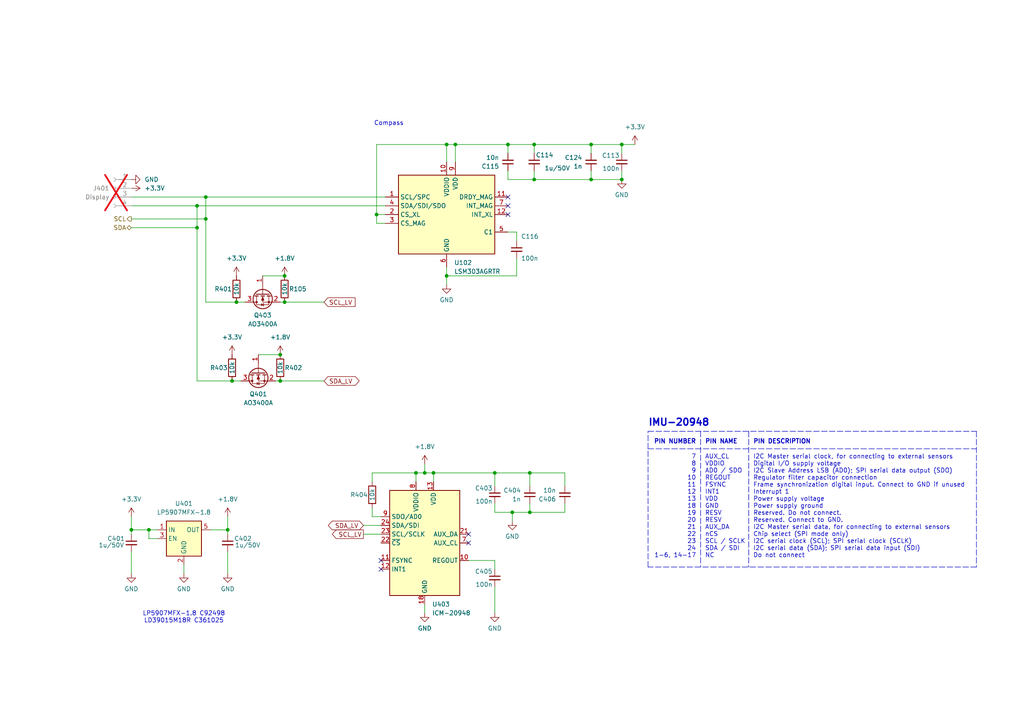
<source format=kicad_sch>
(kicad_sch (version 20250114) (generator "eeschema") (generator_version "9.0")
  (paper "A4")
  (title_block (title "SUB CPU") (date "2025-06-10") (rev "V2.1") (company "NicE Engineering"))
  (lib_symbols
    (symbol "+3.3V_1" (power) (pin_numbers (hide yes)) (pin_names (offset 0) (hide yes))
      (property "Value" "+3.3V" (at 0 3.556 0))
      (symbol "+3.3V_1_0_1"
        (polyline (pts (xy -0.762 1.27) (xy 0 2.54)))
        (polyline (pts (xy 0 2.54) (xy 0.762 1.27)))
        (polyline (pts (xy 0 0) (xy 0 2.54)))
      )
      (symbol "+3.3V_1_1_1"
        (pin power_in line (at 0 0 90) (length 0) (name "~") (number "1"))
      )
    )
    (symbol "Connector:Conn_01x04_Socket" (pin_names (offset 1.016) (hide yes))
      (property "Reference" "J" (at 0 5.08 0))
      (property "Value" "Conn_01x04_Socket" (at 0 -7.62 0))
      (symbol "Conn_01x04_Socket_1_1"
        (polyline (pts (xy -1.27 2.54) (xy -0.508 2.54)) (stroke (width 0.1524)))
        (polyline (pts (xy -1.27 0) (xy -0.508 0)) (stroke (width 0.1524)))
        (polyline (pts (xy -1.27 -2.54) (xy -0.508 -2.54)) (stroke (width 0.1524)))
        (polyline (pts (xy -1.27 -5.08) (xy -0.508 -5.08)) (stroke (width 0.1524)))
        (arc (start 0 2.032) (mid -0.5058 2.54) (end 0 3.048) (stroke (width 0.1524)))
        (arc (start 0 -0.508) (mid -0.5058 0) (end 0 0.508) (stroke (width 0.1524)))
        (arc (start 0 -3.048) (mid -0.5058 -2.54) (end 0 -2.032) (stroke (width 0.1524)))
        (arc (start 0 -5.588) (mid -0.5058 -5.08) (end 0 -4.572) (stroke (width 0.1524)))
        (pin passive line (at -5.08 2.54 0) (length 3.81) (name "Pin_1") (number "1"))
        (pin passive line (at -5.08 0 0) (length 3.81) (name "Pin_2") (number "2"))
        (pin passive line (at -5.08 -2.54 0) (length 3.81) (name "Pin_3") (number "3"))
        (pin passive line (at -5.08 -5.08 0) (length 3.81) (name "Pin_4") (number "4"))
      )
    )
    (symbol "Device:C_Small" (pin_numbers (hide yes)) (pin_names (offset 0.254) (hide yes))
      (property "Reference" "C" (at 0.254 1.778 0))
      (property "Value" "C_Small" (at 0.254 -2.032 0))
      (symbol "C_Small_0_1"
        (polyline (pts (xy -1.524 0.508) (xy 1.524 0.508)) (stroke (width 0.3048)))
        (polyline (pts (xy -1.524 -0.508) (xy 1.524 -0.508)) (stroke (width 0.3302)))
      )
      (symbol "C_Small_1_1"
        (pin passive line (at 0 2.54 270) (length 2.032) (name "~") (number "1"))
        (pin passive line (at 0 -2.54 90) (length 2.032) (name "~") (number "2"))
      )
    )
    (symbol "Device:R" (pin_numbers (hide yes)) (pin_names (offset 0))
      (property "Reference" "R" (at 2.032 0 90))
      (property "Value" "R" (at 0 0 90))
      (symbol "R_0_1"
        (rectangle (start -1.016 -2.54) (end 1.016 2.54) (stroke (width 0.254)))
      )
      (symbol "R_1_1"
        (pin passive line (at 0 3.81 270) (length 1.27) (name "~") (number "1"))
        (pin passive line (at 0 -3.81 90) (length 1.27) (name "~") (number "2"))
      )
    )
    (symbol "NicE:ICM-20948"
      (property "Reference" "U" (at -11.43 16.51 0))
      (property "Value" "ICM-20948" (at 7.62 -16.51 0))
      (symbol "ICM-20948_0_1"
        (rectangle (start -10.16 15.24) (end 10.16 -15.24) (stroke (width 0.254)) (fill (type background)))
      )
      (symbol "ICM-20948_1_1"
        (pin bidirectional line (at -12.7 7.62 0) (length 2.54) (name "SDO/AD0") (number "9"))
        (pin bidirectional line (at -12.7 5.08 0) (length 2.54) (name "SDA/SDI") (number "24"))
        (pin input line (at -12.7 2.54 0) (length 2.54) (name "SCL/SCLK") (number "23"))
        (pin input line (at -12.7 0 0) (length 2.54) (name "~{CS}") (number "22"))
        (pin input line (at -12.7 -5.08 0) (length 2.54) (name "FSYNC") (number "11"))
        (pin output line (at -12.7 -7.62 0) (length 2.54) (name "INT1") (number "12"))
        (pin no_connect line (at -10.16 12.7 0) (length 2.54) (hide yes) (name "NC") (number "1"))
        (pin no_connect line (at -10.16 10.16 0) (length 2.54) (hide yes) (name "NC") (number "2"))
        (pin no_connect line (at -10.16 -2.54 0) (length 2.54) (hide yes) (name "NC") (number "3"))
        (pin no_connect line (at -10.16 -10.16 0) (length 2.54) (hide yes) (name "NC") (number "4"))
        (pin no_connect line (at -10.16 -12.7 0) (length 2.54) (hide yes) (name "NC") (number "5"))
        (pin power_in line (at -2.54 17.78 270) (length 2.54) (name "VDDIO") (number "8"))
        (pin power_in line (at 0 -17.78 90) (length 2.54) (name "GND") (number "18"))
        (pin passive line (at 0 -17.78 90) (length 2.54) (hide yes) (name "GND") (number "20"))
        (pin power_in line (at 2.54 17.78 270) (length 2.54) (name "VDD") (number "13"))
        (pin no_connect line (at 10.16 10.16 180) (length 2.54) (hide yes) (name "NC") (number "6"))
        (pin no_connect line (at 10.16 7.62 180) (length 2.54) (hide yes) (name "NC") (number "14"))
        (pin no_connect line (at 10.16 5.08 180) (length 2.54) (hide yes) (name "NC") (number "15"))
        (pin no_connect line (at 10.16 -7.62 180) (length 2.54) (hide yes) (name "NC") (number "16"))
        (pin no_connect line (at 10.16 -10.16 180) (length 2.54) (hide yes) (name "NC") (number "17"))
        (pin no_connect line (at 10.16 -12.7 180) (length 2.54) (hide yes) (name "RESV") (number "19"))
        (pin bidirectional line (at 12.7 2.54 180) (length 2.54) (name "AUX_DA") (number "21"))
        (pin output line (at 12.7 0 180) (length 2.54) (name "AUX_CL") (number "7"))
        (pin passive line (at 12.7 -5.08 180) (length 2.54) (name "REGOUT") (number "10"))
      )
    )
    (symbol "Regulator_Linear:LP5907MFX-1.8"
      (property "Reference" "U" (at -3.81 6.35 0))
      (property "Value" "LP5907MFX-1.8" (at 6.35 6.35 0))
      (symbol "LP5907MFX-1.8_0_1"
        (rectangle (start -5.08 -5.08) (end 5.08 5.08) (stroke (width 0.254)) (fill (type background)))
        (pin power_in line (at -7.62 2.54 0) (length 2.54) (name "IN") (number "1"))
        (pin input line (at -7.62 0 0) (length 2.54) (name "EN") (number "3"))
        (pin power_in line (at 0 -7.62 90) (length 2.54) (name "GND") (number "2"))
        (pin no_connect line (at 5.08 0 180) (length 2.54) (hide yes) (name "NC") (number "4"))
        (pin power_out line (at 7.62 2.54 180) (length 2.54) (name "OUT") (number "5"))
      )
    )
    (symbol "Sensor_Motion:LSM303C"
      (property "Reference" "U" (at -11.43 15.24 0))
      (property "Value" "LSM303C" (at -5.08 13.97 0))
      (symbol "LSM303C_0_1"
        (rectangle (start 13.97 11.43) (end -13.97 -11.43) (stroke (width 0.254)) (fill (type background)))
      )
      (symbol "LSM303C_1_1"
        (pin input line (at -17.78 5.08 0) (length 3.81) (name "SCL/SPC") (number "1"))
        (pin bidirectional line (at -17.78 2.54 0) (length 3.81) (name "SDA/SDI/SDO") (number "4"))
        (pin input line (at -17.78 0 0) (length 3.81) (name "CS_XL") (number "2"))
        (pin input line (at -17.78 -2.54 0) (length 3.81) (name "CS_MAG") (number "3"))
        (pin power_in line (at 0 15.24 270) (length 3.81) (name "VDDIO") (number "10"))
        (pin power_in line (at 0 -15.24 90) (length 3.81) (name "GND") (number "6"))
        (pin passive line (at 0 -15.24 90) (length 3.81) (hide yes) (name "GND") (number "8"))
        (pin power_in line (at 2.54 15.24 270) (length 3.81) (name "VDD") (number "9"))
        (pin output line (at 17.78 5.08 180) (length 3.81) (name "DRDY_MAG") (number "11"))
        (pin output line (at 17.78 2.54 180) (length 3.81) (name "INT_MAG") (number "7"))
        (pin output line (at 17.78 0 180) (length 3.81) (name "INT_XL") (number "12"))
        (pin passive line (at 17.78 -5.08 180) (length 3.81) (name "C1") (number "5"))
      )
    )
    (symbol "Transistor_FET:AO3400A" (pin_names (offset 0) (hide yes))
      (property "Reference" "Q" (at 5.08 1.905 0))
      (property "Value" "AO3400A" (at 5.08 0 0))
      (symbol "AO3400A_0_1"
        (polyline (pts (xy 0.254 1.905) (xy 0.254 -1.905)) (stroke (width 0.254)))
        (polyline (pts (xy 0.254 0) (xy -2.54 0)))
        (polyline (pts (xy 0.762 2.286) (xy 0.762 1.27)) (stroke (width 0.254)))
        (polyline (pts (xy 0.762 0.508) (xy 0.762 -0.508)) (stroke (width 0.254)))
        (polyline (pts (xy 0.762 -1.27) (xy 0.762 -2.286)) (stroke (width 0.254)))
        (polyline (pts (xy 0.762 -1.778) (xy 3.302 -1.778) (xy 3.302 1.778) (xy 0.762 1.778)))
        (polyline (pts (xy 1.016 0) (xy 2.032 0.381) (xy 2.032 -0.381) (xy 1.016 0)) (fill (type outline)))
        (circle (center 1.651 0) (radius 2.794) (stroke (width 0.254)))
        (polyline (pts (xy 2.54 2.54) (xy 2.54 1.778)))
        (circle (center 2.54 1.778) (radius 0.254) (fill (type outline)))
        (circle (center 2.54 -1.778) (radius 0.254) (fill (type outline)))
        (polyline (pts (xy 2.54 -2.54) (xy 2.54 0) (xy 0.762 0)))
        (polyline (pts (xy 2.921 0.381) (xy 3.683 0.381)))
        (polyline (pts (xy 3.302 0.381) (xy 2.921 -0.254) (xy 3.683 -0.254) (xy 3.302 0.381)))
      )
      (symbol "AO3400A_1_1"
        (pin input line (at -5.08 0 0) (length 2.54) (name "G") (number "1"))
        (pin passive line (at 2.54 5.08 270) (length 2.54) (name "D") (number "3"))
        (pin passive line (at 2.54 -5.08 90) (length 2.54) (name "S") (number "2"))
      )
    )
    (symbol "power:+3.3V" (power) (pin_names (offset 0))
      (property "Value" "+3.3V" (at 0 3.556 0))
      (symbol "+3.3V_0_1"
        (polyline (pts (xy -0.762 1.27) (xy 0 2.54)))
        (polyline (pts (xy 0 2.54) (xy 0.762 1.27)))
        (polyline (pts (xy 0 0) (xy 0 2.54)))
      )
      (symbol "+3.3V_1_1"
        (pin power_in line (at 0 0 90) (length 0) (hide yes) (name "+3.3V") (number "1"))
      )
    )
    (symbol "power:GND" (power) (pin_names (offset 0))
      (property "Value" "GND" (at 0 -3.81 0))
      (symbol "GND_0_1"
        (polyline (pts (xy 0 0) (xy 0 -1.27) (xy 1.27 -1.27) (xy 0 -2.54) (xy -1.27 -1.27) (xy 0 -1.27)))
      )
      (symbol "GND_1_1"
        (pin power_in line (at 0 0 270) (length 0) (hide yes) (name "GND") (number "1"))
      )
    )
  )
  (text "LP5907MFX-1.8 C92498\nLD39015M18R C361025\n" (at 53.34 179.07 0) (effects (font (size 1.27 1.27))))
  (text "PIN DESCRIPTION" (at 218.44 128.905 0) (effects (font (size 1.27 1.27) (thickness 0.254) (bold yes)) (justify left bottom)))
  (text "PIN NAME" (at 204.47 128.905 0) (effects (font (size 1.27 1.27) (thickness 0.254) (bold yes)) (justify left bottom)))
  (text "AUX_CL\nVDDIO\nAD0 / SDO\nREGOUT\nFSYNC\nINT1\nVDD\nGND\nRESV\nRESV\nAUX_DA\nnCS\nSCL / SCLK\nSDA / SDI\nNC" (at 204.47 161.925 0) (effects (font (size 1.27 1.27)) (justify left bottom)))
  (text "I2C Master serial clock, for connecting to external sensors\nDigital I/O supply voltage\nI2C Slave Address LSB (AD0); SPI serial data output (SDO)\nRegulator filter capacitor connection\nFrame synchronization digital input. Connect to GND if unused\nInterrupt 1\nPower supply voltage\nPower supply ground\nReserved. Do not connect.\nReserved. Connect to GND.\nI2C Master serial data, for connecting to external sensors\nChip select (SPI mode only)\nI2C serial clock (SCL); SPI serial clock (SCLK)\nI2C serial data (SDA); SPI serial data input (SDI)\nDo not connect" (at 218.44 161.925 0) (effects (font (size 1.27 1.27)) (justify left bottom)))
  (text "Compass" (at 108.458 36.576 0) (effects (font (size 1.27 1.27)) (justify left bottom)))
  (text "7\n8\n9\n10\n11\n12\n13\n18\n19\n20\n21\n22\n23\n24\n1-6, 14-17" (at 201.93 161.925 0) (effects (font (size 1.27 1.27)) (justify right bottom)))
  (text "IMU-20948" (at 187.96 123.825 0) (effects (font (size 2.0066 2.0066) (thickness 0.4013) (bold yes)) (justify left bottom)))
  (text "PIN NUMBER" (at 201.93 128.905 0) (effects (font (size 1.27 1.27) (thickness 0.254) (bold yes)) (justify right bottom)))
  (junction (at 120.65 137.16))
  (junction (at 171.45 41.91))
  (junction (at 57.15 66.04))
  (junction (at 154.94 52.07))
  (junction (at 81.28 110.49))
  (junction (at 147.32 41.91))
  (junction (at 59.69 63.5))
  (junction (at 129.54 80.01))
  (junction (at 43.18 153.67))
  (junction (at 153.67 148.59))
  (junction (at 66.04 153.67))
  (junction (at 129.54 41.91))
  (junction (at 81.28 102.87))
  (junction (at 153.67 137.16))
  (junction (at 82.55 87.63))
  (junction (at 171.45 52.07))
  (junction (at 154.94 41.91))
  (junction (at 57.15 59.69))
  (junction (at 180.34 52.07))
  (junction (at 125.73 137.16))
  (junction (at 109.22 62.23))
  (junction (at 132.08 41.91))
  (junction (at 148.59 148.59))
  (junction (at 123.19 137.16))
  (junction (at 38.1 153.67))
  (junction (at 68.58 87.63))
  (junction (at 143.51 137.16))
  (junction (at 67.31 110.49))
  (junction (at 82.55 80.01))
  (junction (at 180.34 41.91))
  (junction (at 59.69 57.15))
  (no_connect (at 135.89 154.94))
  (no_connect (at 147.32 59.69))
  (no_connect (at 147.32 57.15))
  (no_connect (at 110.49 162.56))
  (no_connect (at 147.32 62.23))
  (no_connect (at 110.49 165.1))
  (no_connect (at 135.89 157.48))
  (wire (pts (xy 53.34 166.37) (xy 53.34 163.83)))
  (wire (pts (xy 171.45 41.91) (xy 171.45 44.45)))
  (wire (pts (xy 110.49 149.86) (xy 107.95 149.86)))
  (wire (pts (xy 105.41 152.4) (xy 110.49 152.4)))
  (wire (pts (xy 38.1 63.5) (xy 59.69 63.5)))
  (wire (pts (xy 81.28 102.87) (xy 74.93 102.87)))
  (wire (pts (xy 105.41 154.94) (xy 110.49 154.94)))
  (wire (pts (xy 143.51 162.56) (xy 143.51 165.1)))
  (wire (pts (xy 149.86 67.31) (xy 149.86 69.85)))
  (wire (pts (xy 38.1 154.94) (xy 38.1 153.67)))
  (polyline (pts (xy 187.96 164.465) (xy 187.96 125.095)) (stroke (width 0) (type dash)))
  (wire (pts (xy 129.54 41.91) (xy 132.08 41.91)))
  (polyline (pts (xy 203.2 125.095) (xy 203.2 164.465)) (stroke (width 0) (type dash)))
  (wire (pts (xy 107.95 137.16) (xy 120.65 137.16)))
  (wire (pts (xy 38.1 59.69) (xy 57.15 59.69)))
  (polyline (pts (xy 217.17 125.095) (xy 217.17 164.465)) (stroke (width 0) (type dash)))
  (wire (pts (xy 125.73 137.16) (xy 125.73 139.7)))
  (wire (pts (xy 123.19 137.16) (xy 125.73 137.16)))
  (wire (pts (xy 38.1 66.04) (xy 57.15 66.04)))
  (wire (pts (xy 148.59 148.59) (xy 153.67 148.59)))
  (wire (pts (xy 154.94 41.91) (xy 147.32 41.91)))
  (wire (pts (xy 163.83 148.59) (xy 153.67 148.59)))
  (wire (pts (xy 125.73 137.16) (xy 143.51 137.16)))
  (wire (pts (xy 69.85 110.49) (xy 67.31 110.49)))
  (wire (pts (xy 129.54 41.91) (xy 129.54 46.99)))
  (wire (pts (xy 154.94 52.07) (xy 147.32 52.07)))
  (wire (pts (xy 59.69 57.15) (xy 111.76 57.15)))
  (wire (pts (xy 180.34 52.07) (xy 180.34 49.53)))
  (wire (pts (xy 153.67 148.59) (xy 153.67 146.05)))
  (wire (pts (xy 132.08 41.91) (xy 132.08 46.99)))
  (wire (pts (xy 154.94 49.53) (xy 154.94 52.07)))
  (wire (pts (xy 143.51 146.05) (xy 143.51 148.59)))
  (wire (pts (xy 81.28 110.49) (xy 80.01 110.49)))
  (wire (pts (xy 154.94 52.07) (xy 171.45 52.07)))
  (wire (pts (xy 153.67 137.16) (xy 163.83 137.16)))
  (wire (pts (xy 154.94 41.91) (xy 171.45 41.91)))
  (wire (pts (xy 143.51 137.16) (xy 143.51 140.97)))
  (wire (pts (xy 109.22 41.91) (xy 129.54 41.91)))
  (polyline (pts (xy 187.96 125.095) (xy 283.21 125.095)) (stroke (width 0) (type dash)))
  (wire (pts (xy 38.1 149.86) (xy 38.1 153.67)))
  (wire (pts (xy 123.19 177.8) (xy 123.19 175.26)))
  (wire (pts (xy 180.34 41.91) (xy 180.34 44.45)))
  (wire (pts (xy 129.54 80.01) (xy 129.54 77.47)))
  (wire (pts (xy 57.15 66.04) (xy 57.15 59.69)))
  (wire (pts (xy 143.51 148.59) (xy 148.59 148.59)))
  (wire (pts (xy 149.86 80.01) (xy 129.54 80.01)))
  (wire (pts (xy 45.72 156.21) (xy 43.18 156.21)))
  (wire (pts (xy 57.15 59.69) (xy 111.76 59.69)))
  (polyline (pts (xy 283.21 164.465) (xy 187.96 164.465)) (stroke (width 0) (type dash)))
  (wire (pts (xy 154.94 41.91) (xy 154.94 44.45)))
  (wire (pts (xy 109.22 64.77) (xy 111.76 64.77)))
  (polyline (pts (xy 187.96 130.175) (xy 283.21 130.175)) (stroke (width 0) (type dash)))
  (wire (pts (xy 93.98 110.49) (xy 81.28 110.49)))
  (wire (pts (xy 38.1 166.37) (xy 38.1 160.02)))
  (wire (pts (xy 109.22 41.91) (xy 109.22 62.23)))
  (wire (pts (xy 68.58 87.63) (xy 59.69 87.63)))
  (wire (pts (xy 82.55 80.01) (xy 76.2 80.01)))
  (wire (pts (xy 129.54 82.55) (xy 129.54 80.01)))
  (wire (pts (xy 147.32 41.91) (xy 132.08 41.91)))
  (wire (pts (xy 120.65 139.7) (xy 120.65 137.16)))
  (wire (pts (xy 82.55 87.63) (xy 81.28 87.63)))
  (wire (pts (xy 171.45 49.53) (xy 171.45 52.07)))
  (wire (pts (xy 148.59 148.59) (xy 148.59 151.13)))
  (wire (pts (xy 123.19 134.62) (xy 123.19 137.16)))
  (wire (pts (xy 67.31 110.49) (xy 57.15 110.49)))
  (polyline (pts (xy 283.21 125.095) (xy 283.21 164.465)) (stroke (width 0) (type dash)))
  (wire (pts (xy 59.69 63.5) (xy 59.69 87.63)))
  (wire (pts (xy 120.65 137.16) (xy 123.19 137.16)))
  (wire (pts (xy 107.95 149.86) (xy 107.95 147.32)))
  (wire (pts (xy 184.15 41.91) (xy 180.34 41.91)))
  (wire (pts (xy 153.67 137.16) (xy 153.67 140.97)))
  (wire (pts (xy 66.04 154.94) (xy 66.04 153.67)))
  (wire (pts (xy 43.18 156.21) (xy 43.18 153.67)))
  (wire (pts (xy 109.22 62.23) (xy 109.22 64.77)))
  (wire (pts (xy 163.83 137.16) (xy 163.83 140.97)))
  (wire (pts (xy 147.32 67.31) (xy 149.86 67.31)))
  (wire (pts (xy 149.86 74.93) (xy 149.86 80.01)))
  (wire (pts (xy 107.95 139.7) (xy 107.95 137.16)))
  (wire (pts (xy 59.69 57.15) (xy 59.69 63.5)))
  (wire (pts (xy 57.15 110.49) (xy 57.15 66.04)))
  (wire (pts (xy 171.45 41.91) (xy 180.34 41.91)))
  (wire (pts (xy 66.04 166.37) (xy 66.04 160.02)))
  (wire (pts (xy 93.98 87.63) (xy 82.55 87.63)))
  (wire (pts (xy 147.32 49.53) (xy 147.32 52.07)))
  (wire (pts (xy 147.32 41.91) (xy 147.32 44.45)))
  (wire (pts (xy 171.45 52.07) (xy 180.34 52.07)))
  (wire (pts (xy 66.04 149.86) (xy 66.04 153.67)))
  (wire (pts (xy 111.76 62.23) (xy 109.22 62.23)))
  (wire (pts (xy 135.89 162.56) (xy 143.51 162.56)))
  (wire (pts (xy 143.51 137.16) (xy 153.67 137.16)))
  (wire (pts (xy 38.1 153.67) (xy 43.18 153.67)))
  (wire (pts (xy 143.51 170.18) (xy 143.51 177.8)))
  (wire (pts (xy 43.18 153.67) (xy 45.72 153.67)))
  (wire (pts (xy 71.12 87.63) (xy 68.58 87.63)))
  (wire (pts (xy 163.83 146.05) (xy 163.83 148.59)))
  (wire (pts (xy 38.1 57.15) (xy 59.69 57.15)))
  (wire (pts (xy 60.96 153.67) (xy 66.04 153.67)))
  (global_label "SCL_LV" (shape input) (at 93.98 87.63 0) (property "Intersheetrefs" "${INTERSHEET_REFS}" (effects (hide yes))))
  (global_label "SDA_LV" (shape bidirectional) (at 93.98 110.49 0) (property "Intersheetrefs" "${INTERSHEET_REFS}" (effects (hide yes))))
  (global_label "SDA_LV" (shape bidirectional) (at 105.41 152.4 180) (property "Intersheetrefs" "${INTERSHEET_REFS}" (effects (hide yes))))
  (global_label "SCL_LV" (shape output) (at 105.41 154.94 180) (property "Intersheetrefs" "${INTERSHEET_REFS}" (effects (hide yes))))
  (hierarchical_label "SCL" (shape output) (at 38.1 63.5 180))
  (hierarchical_label "SDA" (shape bidirectional) (at 38.1 66.04 180))
  (symbol (lib_id "NicE:ICM-20948") (at 123.19 157.48 0) (unit 1)
    (property "Reference" "U403" (at 125.3333 175.26 0) (effects (justify left)))
    (property "Value" "ICM-20948" (at 125.3333 177.8 0) (effects (justify left)))
    (property "Footprint" "Sensor_Motion:InvenSense_QFN-24_3x3mm_P0.4mm" (effects (hide yes)))
    (property "Datasheet" "http://www.invensense.com/wp-content/uploads/2016/06/DS-000189-ICM-20948-v1.3.pdf" (effects (hide yes)))
    (property "Description" "InvenSense 9-Axis Motion Sensor, Accelerometer, Gyroscope, Compass, I2C/SPI, QFN-24" (effects (hide yes)))
    (property "lcsc" "C726001" (effects (hide yes)))
  )
  (symbol (lib_id "power:GND") (at 148.59 151.13 0) (unit 1)
    (property "Reference" "#PWR0415" (effects (hide yes)))
    (property "Value" "GND" (at 148.59 155.575 0))
  )
  (symbol (lib_id "power:GND") (at 180.34 52.07 0) (unit 1)
    (property "Reference" "#PWR0120" (effects (hide yes)))
    (property "Value" "GND" (at 180.34 56.515 0))
  )
  (symbol (lib_id "power:+3.3V") (at 68.58 80.01 0) (mirror y) (unit 1)
    (property "Reference" "#PWR0410" (effects (hide yes)))
    (property "Value" "+3.3V" (at 68.58 74.93 0))
  )
  (symbol (lib_id "Device:R") (at 68.58 83.82 0) (mirror y) (unit 1)
    (property "Reference" "R401" (at 67.31 83.82 0) (effects (justify left)))
    (property "Value" "10k" (at 68.58 83.82 90))
    (property "Footprint" "A_Device:R_0603" (effects (hide yes)))
    (property "Farnell" "2331736" (effects (hide yes)))
    (property "MF" "TE CONNECTIVITY" (effects (hide yes)))
    (property "MFN" "CRGH0603F10K" (effects (hide yes)))
    (property "LCSC" "C25804" (effects (hide yes)))
  )
  (symbol (lib_name "+3.3V_1") (lib_id "power:+3.3V") (at 81.28 102.87 0) (mirror y) (unit 1)
    (property "Reference" "#PWR0411" (effects (hide yes)))
    (property "Value" "+1.8V" (at 81.28 97.79 0))
    (property "Description" "Power symbol creates a global label with name \"+3.3V\"" (effects (hide yes)))
  )
  (symbol (lib_id "power:GND") (at 129.54 82.55 0) (unit 1)
    (property "Reference" "#PWR0124" (effects (hide yes)))
    (property "Value" "GND" (at 129.54 86.995 0))
  )
  (symbol (lib_id "Device:R") (at 67.31 106.68 0) (mirror y) (unit 1)
    (property "Reference" "R403" (at 66.04 106.68 0) (effects (justify left)))
    (property "Value" "10k" (at 67.31 106.68 90))
    (property "Footprint" "A_Device:R_0603" (effects (hide yes)))
    (property "Farnell" "2331736" (effects (hide yes)))
    (property "MF" "TE CONNECTIVITY" (effects (hide yes)))
    (property "MFN" "CRGH0603F10K" (effects (hide yes)))
    (property "LCSC" "C25804" (effects (hide yes)))
  )
  (symbol (lib_id "power:GND") (at 143.51 177.8 0) (unit 1)
    (property "Reference" "#PWR0416" (effects (hide yes)))
    (property "Value" "GND" (at 143.51 182.245 0))
  )
  (symbol (lib_id "power:+3.3V") (at 184.15 41.91 0) (unit 1)
    (property "Reference" "#PWR0123" (effects (hide yes)))
    (property "Value" "+3.3V" (at 184.15 36.83 0))
  )
  (symbol (lib_id "power:GND") (at 66.04 166.37 0) (unit 1)
    (property "Reference" "#PWR0408" (effects (hide yes)))
    (property "Value" "GND" (at 66.04 170.815 0))
  )
  (symbol (lib_name "+3.3V_1") (lib_id "power:+3.3V") (at 123.19 134.62 0) (unit 1)
    (property "Reference" "#PWR0413" (effects (hide yes)))
    (property "Value" "+1.8V" (at 123.19 129.54 0))
    (property "Description" "Power symbol creates a global label with name \"+3.3V\"" (effects (hide yes)))
  )
  (symbol (lib_id "Connector:Conn_01x04_Socket") (at 33.02 54.61 0) (mirror y) (unit 1) (in_bom no) (dnp yes)
    (property "Reference" "J401" (at 31.75 54.61 0) (effects (justify left)))
    (property "Value" "Display" (at 31.75 57.15 0) (effects (justify left)))
    (property "Footprint" "A_Connector:Header_1x04_P2.54_Male" (effects (hide yes)))
  )
  (symbol (lib_id "Device:C_Small") (at 66.04 157.48 0) (mirror y) (unit 1)
    (property "Reference" "C402" (at 73.025 156.21 0) (effects (justify left)))
    (property "Value" "1u/50V" (at 75.565 158.115 0) (effects (justify left)))
    (property "Footprint" "A_Device:C_0603" (effects (hide yes)))
    (property "LCSC" "C15849" (effects (hide yes)))
  )
  (symbol (lib_id "Device:C_Small") (at 171.45 46.99 0) (mirror x) (unit 1)
    (property "Reference" "C124" (at 168.91 45.7135 0) (effects (justify right)))
    (property "Value" "1n" (at 168.91 48.2535 0) (effects (justify right)))
    (property "Footprint" "A_Device:C_0603" (effects (hide yes)))
    (property "LCSC" "C1588" (effects (hide yes)))
  )
  (symbol (lib_name "+3.3V_1") (lib_id "power:+3.3V") (at 82.55 80.01 0) (mirror y) (unit 1)
    (property "Reference" "#PWR0404" (effects (hide yes)))
    (property "Value" "+1.8V" (at 82.55 74.93 0))
    (property "Description" "Power symbol creates a global label with name \"+3.3V\"" (effects (hide yes)))
  )
  (symbol (lib_id "Transistor_FET:AO3400A") (at 76.2 85.09 90) (mirror x) (unit 1)
    (property "Reference" "Q403" (at 76.2 91.44 90))
    (property "Value" "AO3400A" (at 76.2 93.98 90))
    (property "Footprint" "Package_TO_SOT_SMD:SOT-23" (effects (hide yes)))
    (property "Datasheet" "http://www.aosmd.com/pdfs/datasheet/AO3400A.pdf" (effects (hide yes)))
    (property "Description" "30V Vds, 5.7A Id, N-Channel MOSFET, SOT-23" (effects (hide yes)))
    (property "LCSC" "C20917" (effects (hide yes)))
  )
  (symbol (lib_id "power:GND") (at 53.34 166.37 0) (unit 1)
    (property "Reference" "#PWR0406" (effects (hide yes)))
    (property "Value" "GND" (at 53.34 170.815 0))
  )
  (symbol (lib_id "Device:R") (at 82.55 83.82 0) (unit 1)
    (property "Reference" "R105" (at 83.82 83.82 0) (effects (justify left)))
    (property "Value" "10k" (at 82.55 83.82 90))
    (property "Footprint" "A_Device:R_0603" (effects (hide yes)))
    (property "Farnell" "2331736" (effects (hide yes)))
    (property "MF" "TE CONNECTIVITY" (effects (hide yes)))
    (property "MFN" "CRGH0603F10K" (effects (hide yes)))
    (property "LCSC" "C25804" (effects (hide yes)))
  )
  (symbol (lib_id "Device:C_Small") (at 147.32 46.99 180) (unit 1)
    (property "Reference" "C115" (at 144.78 48.2537 0) (effects (justify left)))
    (property "Value" "10n" (at 144.78 45.7137 0) (effects (justify left)))
    (property "Footprint" "A_Device:C_0603" (effects (hide yes)))
    (property "LCSC" "C57112" (effects (hide yes)))
  )
  (symbol (lib_id "power:+3.3V") (at 67.31 102.87 0) (mirror y) (unit 1)
    (property "Reference" "#PWR0412" (effects (hide yes)))
    (property "Value" "+3.3V" (at 67.31 97.79 0))
  )
  (symbol (lib_id "Sensor_Motion:LSM303C") (at 129.54 62.23 0) (unit 1)
    (property "Reference" "U102" (at 131.7341 76.2 0) (effects (justify left)))
    (property "Value" "LSM303AGRTR" (at 131.7341 78.74 0) (effects (justify left)))
    (property "Footprint" "A_Device:LGA-12_2x2mm_P0.5mm" (effects (hide yes)))
    (property "Datasheet" "www.st.com/resource/en/datasheet/lsm303c.pdf" (effects (hide yes)))
    (property "LCSC" "C126671" (effects (hide yes)))
  )
  (symbol (lib_id "Device:C_Small") (at 149.86 72.39 0) (unit 1)
    (property "Reference" "C116" (at 151.13 68.58 0) (effects (justify left)))
    (property "Value" "100n" (at 151.13 74.93 0) (effects (justify left)))
    (property "Footprint" "A_Device:C_0603" (effects (hide yes)))
    (property "LCSC" "C14663" (effects (hide yes)))
  )
  (symbol (lib_id "Transistor_FET:AO3400A") (at 74.93 107.95 90) (mirror x) (unit 1)
    (property "Reference" "Q401" (at 74.93 114.3 90))
    (property "Value" "AO3400A" (at 74.93 116.84 90))
    (property "Footprint" "Package_TO_SOT_SMD:SOT-23" (effects (hide yes)))
    (property "Datasheet" "http://www.aosmd.com/pdfs/datasheet/AO3400A.pdf" (effects (hide yes)))
    (property "Description" "30V Vds, 5.7A Id, N-Channel MOSFET, SOT-23" (effects (hide yes)))
    (property "LCSC" "C20917" (effects (hide yes)))
  )
  (symbol (lib_id "power:GND") (at 38.1 52.07 90) (mirror x) (unit 1)
    (property "Reference" "#PWR0402" (effects (hide yes)))
    (property "Value" "GND" (at 41.91 52.07 90) (effects (justify right)))
  )
  (symbol (lib_id "power:GND") (at 123.19 177.8 0) (unit 1)
    (property "Reference" "#PWR0414" (effects (hide yes)))
    (property "Value" "GND" (at 123.19 182.245 0))
  )
  (symbol (lib_id "power:+3.3V") (at 38.1 54.61 270) (mirror x) (unit 1)
    (property "Reference" "#PWR0401" (effects (hide yes)))
    (property "Value" "+3.3V" (at 41.91 54.61 90) (effects (justify left)))
  )
  (symbol (lib_id "Device:R") (at 107.95 143.51 0) (mirror y) (unit 1)
    (property "Reference" "R404" (at 106.68 143.51 0) (effects (justify left)))
    (property "Value" "10k" (at 107.95 143.51 90))
    (property "Footprint" "A_Device:R_0603" (effects (hide yes)))
    (property "Farnell" "2331736" (effects (hide yes)))
    (property "MF" "TE CONNECTIVITY" (effects (hide yes)))
    (property "MFN" "CRGH0603F10K" (effects (hide yes)))
    (property "LCSC" "C25804" (effects (hide yes)))
  )
  (symbol (lib_id "Device:C_Small") (at 143.51 167.64 0) (mirror y) (unit 1)
    (property "Reference" "C405" (at 142.875 165.735 0) (effects (justify left)))
    (property "Value" "100n" (at 142.875 169.545 0) (effects (justify left)))
    (property "Footprint" "A_Device:C_0603" (effects (hide yes)))
    (property "LCSC" "C14663" (effects (hide yes)))
  )
  (symbol (lib_id "Device:C_Small") (at 153.67 143.51 0) (mirror x) (unit 1)
    (property "Reference" "C404" (at 151.13 142.2335 0) (effects (justify right)))
    (property "Value" "1n" (at 151.13 144.7735 0) (effects (justify right)))
    (property "Footprint" "A_Device:C_0603" (effects (hide yes)))
    (property "LCSC" "C1588" (effects (hide yes)))
  )
  (symbol (lib_name "+3.3V_1") (lib_id "power:+3.3V") (at 66.04 149.86 0) (unit 1)
    (property "Reference" "#PWR0409" (effects (hide yes)))
    (property "Value" "+1.8V" (at 66.04 144.78 0))
    (property "Description" "Power symbol creates a global label with name \"+3.3V\"" (effects (hide yes)))
  )
  (symbol (lib_id "Device:R") (at 81.28 106.68 0) (unit 1)
    (property "Reference" "R402" (at 82.55 106.68 0) (effects (justify left)))
    (property "Value" "10k" (at 81.28 106.68 90))
    (property "Footprint" "A_Device:R_0603" (effects (hide yes)))
    (property "Farnell" "2331736" (effects (hide yes)))
    (property "MF" "TE CONNECTIVITY" (effects (hide yes)))
    (property "MFN" "CRGH0603F10K" (effects (hide yes)))
    (property "LCSC" "C25804" (effects (hide yes)))
  )
  (symbol (lib_id "Device:C_Small") (at 180.34 46.99 0) (mirror y) (unit 1)
    (property "Reference" "C113" (at 179.705 45.085 0) (effects (justify left)))
    (property "Value" "100n" (at 179.705 48.895 0) (effects (justify left)))
    (property "Footprint" "A_Device:C_0603" (effects (hide yes)))
    (property "LCSC" "C14663" (effects (hide yes)))
  )
  (symbol (lib_id "Device:C_Small") (at 38.1 157.48 0) (unit 1)
    (property "Reference" "C401" (at 31.115 156.21 0) (effects (justify left)))
    (property "Value" "1u/50V" (at 28.575 158.115 0) (effects (justify left)))
    (property "Footprint" "A_Device:C_0603" (effects (hide yes)))
    (property "LCSC" "C15849" (effects (hide yes)))
  )
  (symbol (lib_id "Device:C_Small") (at 163.83 143.51 180) (unit 1)
    (property "Reference" "C406" (at 161.29 144.7737 0) (effects (justify left)))
    (property "Value" "10n" (at 161.29 142.2337 0) (effects (justify left)))
    (property "Footprint" "A_Device:C_0603" (effects (hide yes)))
    (property "LCSC" "C57112" (effects (hide yes)))
  )
  (symbol (lib_id "power:GND") (at 38.1 166.37 0) (unit 1)
    (property "Reference" "#PWR0407" (effects (hide yes)))
    (property "Value" "GND" (at 38.1 170.815 0))
  )
  (symbol (lib_id "Regulator_Linear:LP5907MFX-1.8") (at 53.34 156.21 0) (unit 1)
    (property "Reference" "U401" (at 53.34 146.05 0))
    (property "Value" "LP5907MFX-1.8" (at 53.34 148.59 0))
    (property "Footprint" "Package_TO_SOT_SMD:SOT-23-5" (effects (hide yes)))
    (property "Datasheet" "http://www.ti.com/lit/ds/symlink/lp5907.pdf" (effects (hide yes)))
    (property "Description" "250-mA Ultra-Low-Noise Low-IQ LDO, 1.8V, SOT-23" (effects (hide yes)))
  )
  (symbol (lib_id "Device:C_Small") (at 154.94 46.99 0) (mirror y) (unit 1)
    (property "Reference" "C114" (at 160.528 44.958 0) (effects (justify left)))
    (property "Value" "1u/50V" (at 165.354 48.768 0) (effects (justify left)))
    (property "Footprint" "A_Device:C_0603" (effects (hide yes)))
    (property "LCSC" "C15849" (effects (hide yes)))
  )
  (symbol (lib_id "power:+3.3V") (at 38.1 149.86 0) (mirror y) (unit 1)
    (property "Reference" "#PWR0119" (effects (hide yes)))
    (property "Value" "+3.3V" (at 38.1 144.78 0))
  )
  (symbol (lib_id "Device:C_Small") (at 143.51 143.51 0) (mirror y) (unit 1)
    (property "Reference" "C403" (at 142.875 141.605 0) (effects (justify left)))
    (property "Value" "100n" (at 142.875 145.415 0) (effects (justify left)))
    (property "Footprint" "A_Device:C_0603" (effects (hide yes)))
    (property "LCSC" "C14663" (effects (hide yes)))
  )
)
</source>
